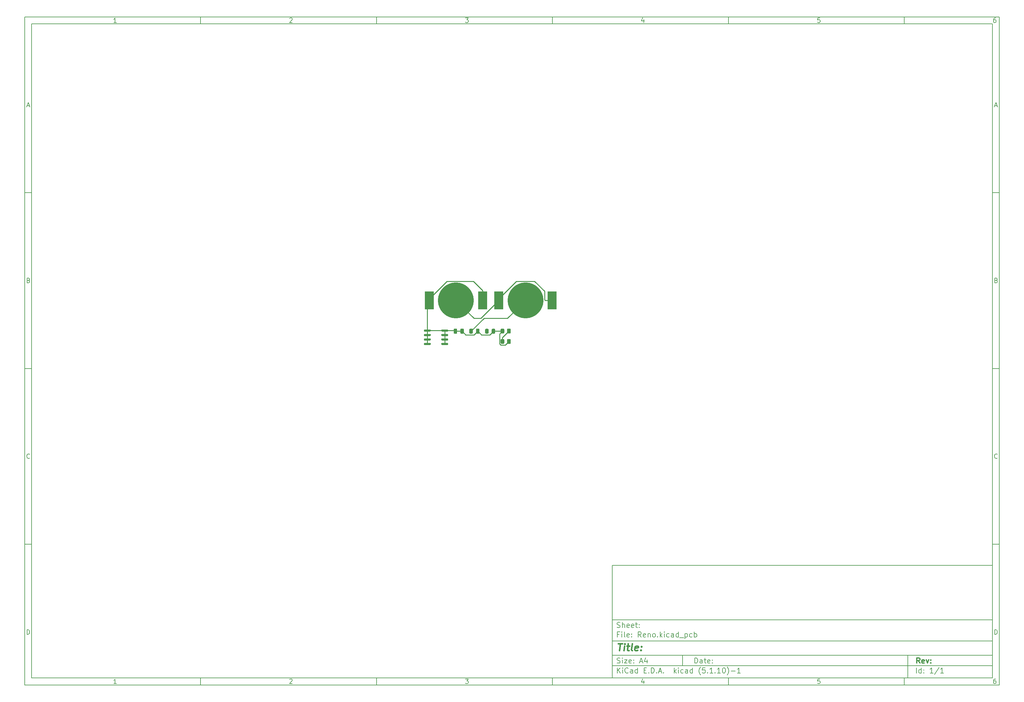
<source format=gbr>
%TF.GenerationSoftware,KiCad,Pcbnew,(5.1.10)-1*%
%TF.CreationDate,2021-09-25T22:05:34-07:00*%
%TF.ProjectId,Reno,52656e6f-2e6b-4696-9361-645f70636258,rev?*%
%TF.SameCoordinates,Original*%
%TF.FileFunction,Copper,L1,Top*%
%TF.FilePolarity,Positive*%
%FSLAX46Y46*%
G04 Gerber Fmt 4.6, Leading zero omitted, Abs format (unit mm)*
G04 Created by KiCad (PCBNEW (5.1.10)-1) date 2021-09-25 22:05:34*
%MOMM*%
%LPD*%
G01*
G04 APERTURE LIST*
%ADD10C,0.100000*%
%ADD11C,0.150000*%
%ADD12C,0.300000*%
%ADD13C,0.400000*%
%TA.AperFunction,SMDPad,CuDef*%
%ADD14C,10.200000*%
%TD*%
%TA.AperFunction,SMDPad,CuDef*%
%ADD15R,2.500000X5.100000*%
%TD*%
%TA.AperFunction,Conductor*%
%ADD16C,0.250000*%
%TD*%
G04 APERTURE END LIST*
D10*
D11*
X177002200Y-166007200D02*
X177002200Y-198007200D01*
X285002200Y-198007200D01*
X285002200Y-166007200D01*
X177002200Y-166007200D01*
D10*
D11*
X10000000Y-10000000D02*
X10000000Y-200007200D01*
X287002200Y-200007200D01*
X287002200Y-10000000D01*
X10000000Y-10000000D01*
D10*
D11*
X12000000Y-12000000D02*
X12000000Y-198007200D01*
X285002200Y-198007200D01*
X285002200Y-12000000D01*
X12000000Y-12000000D01*
D10*
D11*
X60000000Y-12000000D02*
X60000000Y-10000000D01*
D10*
D11*
X110000000Y-12000000D02*
X110000000Y-10000000D01*
D10*
D11*
X160000000Y-12000000D02*
X160000000Y-10000000D01*
D10*
D11*
X210000000Y-12000000D02*
X210000000Y-10000000D01*
D10*
D11*
X260000000Y-12000000D02*
X260000000Y-10000000D01*
D10*
D11*
X36065476Y-11588095D02*
X35322619Y-11588095D01*
X35694047Y-11588095D02*
X35694047Y-10288095D01*
X35570238Y-10473809D01*
X35446428Y-10597619D01*
X35322619Y-10659523D01*
D10*
D11*
X85322619Y-10411904D02*
X85384523Y-10350000D01*
X85508333Y-10288095D01*
X85817857Y-10288095D01*
X85941666Y-10350000D01*
X86003571Y-10411904D01*
X86065476Y-10535714D01*
X86065476Y-10659523D01*
X86003571Y-10845238D01*
X85260714Y-11588095D01*
X86065476Y-11588095D01*
D10*
D11*
X135260714Y-10288095D02*
X136065476Y-10288095D01*
X135632142Y-10783333D01*
X135817857Y-10783333D01*
X135941666Y-10845238D01*
X136003571Y-10907142D01*
X136065476Y-11030952D01*
X136065476Y-11340476D01*
X136003571Y-11464285D01*
X135941666Y-11526190D01*
X135817857Y-11588095D01*
X135446428Y-11588095D01*
X135322619Y-11526190D01*
X135260714Y-11464285D01*
D10*
D11*
X185941666Y-10721428D02*
X185941666Y-11588095D01*
X185632142Y-10226190D02*
X185322619Y-11154761D01*
X186127380Y-11154761D01*
D10*
D11*
X236003571Y-10288095D02*
X235384523Y-10288095D01*
X235322619Y-10907142D01*
X235384523Y-10845238D01*
X235508333Y-10783333D01*
X235817857Y-10783333D01*
X235941666Y-10845238D01*
X236003571Y-10907142D01*
X236065476Y-11030952D01*
X236065476Y-11340476D01*
X236003571Y-11464285D01*
X235941666Y-11526190D01*
X235817857Y-11588095D01*
X235508333Y-11588095D01*
X235384523Y-11526190D01*
X235322619Y-11464285D01*
D10*
D11*
X285941666Y-10288095D02*
X285694047Y-10288095D01*
X285570238Y-10350000D01*
X285508333Y-10411904D01*
X285384523Y-10597619D01*
X285322619Y-10845238D01*
X285322619Y-11340476D01*
X285384523Y-11464285D01*
X285446428Y-11526190D01*
X285570238Y-11588095D01*
X285817857Y-11588095D01*
X285941666Y-11526190D01*
X286003571Y-11464285D01*
X286065476Y-11340476D01*
X286065476Y-11030952D01*
X286003571Y-10907142D01*
X285941666Y-10845238D01*
X285817857Y-10783333D01*
X285570238Y-10783333D01*
X285446428Y-10845238D01*
X285384523Y-10907142D01*
X285322619Y-11030952D01*
D10*
D11*
X60000000Y-198007200D02*
X60000000Y-200007200D01*
D10*
D11*
X110000000Y-198007200D02*
X110000000Y-200007200D01*
D10*
D11*
X160000000Y-198007200D02*
X160000000Y-200007200D01*
D10*
D11*
X210000000Y-198007200D02*
X210000000Y-200007200D01*
D10*
D11*
X260000000Y-198007200D02*
X260000000Y-200007200D01*
D10*
D11*
X36065476Y-199595295D02*
X35322619Y-199595295D01*
X35694047Y-199595295D02*
X35694047Y-198295295D01*
X35570238Y-198481009D01*
X35446428Y-198604819D01*
X35322619Y-198666723D01*
D10*
D11*
X85322619Y-198419104D02*
X85384523Y-198357200D01*
X85508333Y-198295295D01*
X85817857Y-198295295D01*
X85941666Y-198357200D01*
X86003571Y-198419104D01*
X86065476Y-198542914D01*
X86065476Y-198666723D01*
X86003571Y-198852438D01*
X85260714Y-199595295D01*
X86065476Y-199595295D01*
D10*
D11*
X135260714Y-198295295D02*
X136065476Y-198295295D01*
X135632142Y-198790533D01*
X135817857Y-198790533D01*
X135941666Y-198852438D01*
X136003571Y-198914342D01*
X136065476Y-199038152D01*
X136065476Y-199347676D01*
X136003571Y-199471485D01*
X135941666Y-199533390D01*
X135817857Y-199595295D01*
X135446428Y-199595295D01*
X135322619Y-199533390D01*
X135260714Y-199471485D01*
D10*
D11*
X185941666Y-198728628D02*
X185941666Y-199595295D01*
X185632142Y-198233390D02*
X185322619Y-199161961D01*
X186127380Y-199161961D01*
D10*
D11*
X236003571Y-198295295D02*
X235384523Y-198295295D01*
X235322619Y-198914342D01*
X235384523Y-198852438D01*
X235508333Y-198790533D01*
X235817857Y-198790533D01*
X235941666Y-198852438D01*
X236003571Y-198914342D01*
X236065476Y-199038152D01*
X236065476Y-199347676D01*
X236003571Y-199471485D01*
X235941666Y-199533390D01*
X235817857Y-199595295D01*
X235508333Y-199595295D01*
X235384523Y-199533390D01*
X235322619Y-199471485D01*
D10*
D11*
X285941666Y-198295295D02*
X285694047Y-198295295D01*
X285570238Y-198357200D01*
X285508333Y-198419104D01*
X285384523Y-198604819D01*
X285322619Y-198852438D01*
X285322619Y-199347676D01*
X285384523Y-199471485D01*
X285446428Y-199533390D01*
X285570238Y-199595295D01*
X285817857Y-199595295D01*
X285941666Y-199533390D01*
X286003571Y-199471485D01*
X286065476Y-199347676D01*
X286065476Y-199038152D01*
X286003571Y-198914342D01*
X285941666Y-198852438D01*
X285817857Y-198790533D01*
X285570238Y-198790533D01*
X285446428Y-198852438D01*
X285384523Y-198914342D01*
X285322619Y-199038152D01*
D10*
D11*
X10000000Y-60000000D02*
X12000000Y-60000000D01*
D10*
D11*
X10000000Y-110000000D02*
X12000000Y-110000000D01*
D10*
D11*
X10000000Y-160000000D02*
X12000000Y-160000000D01*
D10*
D11*
X10690476Y-35216666D02*
X11309523Y-35216666D01*
X10566666Y-35588095D02*
X11000000Y-34288095D01*
X11433333Y-35588095D01*
D10*
D11*
X11092857Y-84907142D02*
X11278571Y-84969047D01*
X11340476Y-85030952D01*
X11402380Y-85154761D01*
X11402380Y-85340476D01*
X11340476Y-85464285D01*
X11278571Y-85526190D01*
X11154761Y-85588095D01*
X10659523Y-85588095D01*
X10659523Y-84288095D01*
X11092857Y-84288095D01*
X11216666Y-84350000D01*
X11278571Y-84411904D01*
X11340476Y-84535714D01*
X11340476Y-84659523D01*
X11278571Y-84783333D01*
X11216666Y-84845238D01*
X11092857Y-84907142D01*
X10659523Y-84907142D01*
D10*
D11*
X11402380Y-135464285D02*
X11340476Y-135526190D01*
X11154761Y-135588095D01*
X11030952Y-135588095D01*
X10845238Y-135526190D01*
X10721428Y-135402380D01*
X10659523Y-135278571D01*
X10597619Y-135030952D01*
X10597619Y-134845238D01*
X10659523Y-134597619D01*
X10721428Y-134473809D01*
X10845238Y-134350000D01*
X11030952Y-134288095D01*
X11154761Y-134288095D01*
X11340476Y-134350000D01*
X11402380Y-134411904D01*
D10*
D11*
X10659523Y-185588095D02*
X10659523Y-184288095D01*
X10969047Y-184288095D01*
X11154761Y-184350000D01*
X11278571Y-184473809D01*
X11340476Y-184597619D01*
X11402380Y-184845238D01*
X11402380Y-185030952D01*
X11340476Y-185278571D01*
X11278571Y-185402380D01*
X11154761Y-185526190D01*
X10969047Y-185588095D01*
X10659523Y-185588095D01*
D10*
D11*
X287002200Y-60000000D02*
X285002200Y-60000000D01*
D10*
D11*
X287002200Y-110000000D02*
X285002200Y-110000000D01*
D10*
D11*
X287002200Y-160000000D02*
X285002200Y-160000000D01*
D10*
D11*
X285692676Y-35216666D02*
X286311723Y-35216666D01*
X285568866Y-35588095D02*
X286002200Y-34288095D01*
X286435533Y-35588095D01*
D10*
D11*
X286095057Y-84907142D02*
X286280771Y-84969047D01*
X286342676Y-85030952D01*
X286404580Y-85154761D01*
X286404580Y-85340476D01*
X286342676Y-85464285D01*
X286280771Y-85526190D01*
X286156961Y-85588095D01*
X285661723Y-85588095D01*
X285661723Y-84288095D01*
X286095057Y-84288095D01*
X286218866Y-84350000D01*
X286280771Y-84411904D01*
X286342676Y-84535714D01*
X286342676Y-84659523D01*
X286280771Y-84783333D01*
X286218866Y-84845238D01*
X286095057Y-84907142D01*
X285661723Y-84907142D01*
D10*
D11*
X286404580Y-135464285D02*
X286342676Y-135526190D01*
X286156961Y-135588095D01*
X286033152Y-135588095D01*
X285847438Y-135526190D01*
X285723628Y-135402380D01*
X285661723Y-135278571D01*
X285599819Y-135030952D01*
X285599819Y-134845238D01*
X285661723Y-134597619D01*
X285723628Y-134473809D01*
X285847438Y-134350000D01*
X286033152Y-134288095D01*
X286156961Y-134288095D01*
X286342676Y-134350000D01*
X286404580Y-134411904D01*
D10*
D11*
X285661723Y-185588095D02*
X285661723Y-184288095D01*
X285971247Y-184288095D01*
X286156961Y-184350000D01*
X286280771Y-184473809D01*
X286342676Y-184597619D01*
X286404580Y-184845238D01*
X286404580Y-185030952D01*
X286342676Y-185278571D01*
X286280771Y-185402380D01*
X286156961Y-185526190D01*
X285971247Y-185588095D01*
X285661723Y-185588095D01*
D10*
D11*
X200434342Y-193785771D02*
X200434342Y-192285771D01*
X200791485Y-192285771D01*
X201005771Y-192357200D01*
X201148628Y-192500057D01*
X201220057Y-192642914D01*
X201291485Y-192928628D01*
X201291485Y-193142914D01*
X201220057Y-193428628D01*
X201148628Y-193571485D01*
X201005771Y-193714342D01*
X200791485Y-193785771D01*
X200434342Y-193785771D01*
X202577200Y-193785771D02*
X202577200Y-193000057D01*
X202505771Y-192857200D01*
X202362914Y-192785771D01*
X202077200Y-192785771D01*
X201934342Y-192857200D01*
X202577200Y-193714342D02*
X202434342Y-193785771D01*
X202077200Y-193785771D01*
X201934342Y-193714342D01*
X201862914Y-193571485D01*
X201862914Y-193428628D01*
X201934342Y-193285771D01*
X202077200Y-193214342D01*
X202434342Y-193214342D01*
X202577200Y-193142914D01*
X203077200Y-192785771D02*
X203648628Y-192785771D01*
X203291485Y-192285771D02*
X203291485Y-193571485D01*
X203362914Y-193714342D01*
X203505771Y-193785771D01*
X203648628Y-193785771D01*
X204720057Y-193714342D02*
X204577200Y-193785771D01*
X204291485Y-193785771D01*
X204148628Y-193714342D01*
X204077200Y-193571485D01*
X204077200Y-193000057D01*
X204148628Y-192857200D01*
X204291485Y-192785771D01*
X204577200Y-192785771D01*
X204720057Y-192857200D01*
X204791485Y-193000057D01*
X204791485Y-193142914D01*
X204077200Y-193285771D01*
X205434342Y-193642914D02*
X205505771Y-193714342D01*
X205434342Y-193785771D01*
X205362914Y-193714342D01*
X205434342Y-193642914D01*
X205434342Y-193785771D01*
X205434342Y-192857200D02*
X205505771Y-192928628D01*
X205434342Y-193000057D01*
X205362914Y-192928628D01*
X205434342Y-192857200D01*
X205434342Y-193000057D01*
D10*
D11*
X177002200Y-194507200D02*
X285002200Y-194507200D01*
D10*
D11*
X178434342Y-196585771D02*
X178434342Y-195085771D01*
X179291485Y-196585771D02*
X178648628Y-195728628D01*
X179291485Y-195085771D02*
X178434342Y-195942914D01*
X179934342Y-196585771D02*
X179934342Y-195585771D01*
X179934342Y-195085771D02*
X179862914Y-195157200D01*
X179934342Y-195228628D01*
X180005771Y-195157200D01*
X179934342Y-195085771D01*
X179934342Y-195228628D01*
X181505771Y-196442914D02*
X181434342Y-196514342D01*
X181220057Y-196585771D01*
X181077200Y-196585771D01*
X180862914Y-196514342D01*
X180720057Y-196371485D01*
X180648628Y-196228628D01*
X180577200Y-195942914D01*
X180577200Y-195728628D01*
X180648628Y-195442914D01*
X180720057Y-195300057D01*
X180862914Y-195157200D01*
X181077200Y-195085771D01*
X181220057Y-195085771D01*
X181434342Y-195157200D01*
X181505771Y-195228628D01*
X182791485Y-196585771D02*
X182791485Y-195800057D01*
X182720057Y-195657200D01*
X182577200Y-195585771D01*
X182291485Y-195585771D01*
X182148628Y-195657200D01*
X182791485Y-196514342D02*
X182648628Y-196585771D01*
X182291485Y-196585771D01*
X182148628Y-196514342D01*
X182077200Y-196371485D01*
X182077200Y-196228628D01*
X182148628Y-196085771D01*
X182291485Y-196014342D01*
X182648628Y-196014342D01*
X182791485Y-195942914D01*
X184148628Y-196585771D02*
X184148628Y-195085771D01*
X184148628Y-196514342D02*
X184005771Y-196585771D01*
X183720057Y-196585771D01*
X183577200Y-196514342D01*
X183505771Y-196442914D01*
X183434342Y-196300057D01*
X183434342Y-195871485D01*
X183505771Y-195728628D01*
X183577200Y-195657200D01*
X183720057Y-195585771D01*
X184005771Y-195585771D01*
X184148628Y-195657200D01*
X186005771Y-195800057D02*
X186505771Y-195800057D01*
X186720057Y-196585771D02*
X186005771Y-196585771D01*
X186005771Y-195085771D01*
X186720057Y-195085771D01*
X187362914Y-196442914D02*
X187434342Y-196514342D01*
X187362914Y-196585771D01*
X187291485Y-196514342D01*
X187362914Y-196442914D01*
X187362914Y-196585771D01*
X188077200Y-196585771D02*
X188077200Y-195085771D01*
X188434342Y-195085771D01*
X188648628Y-195157200D01*
X188791485Y-195300057D01*
X188862914Y-195442914D01*
X188934342Y-195728628D01*
X188934342Y-195942914D01*
X188862914Y-196228628D01*
X188791485Y-196371485D01*
X188648628Y-196514342D01*
X188434342Y-196585771D01*
X188077200Y-196585771D01*
X189577200Y-196442914D02*
X189648628Y-196514342D01*
X189577200Y-196585771D01*
X189505771Y-196514342D01*
X189577200Y-196442914D01*
X189577200Y-196585771D01*
X190220057Y-196157200D02*
X190934342Y-196157200D01*
X190077200Y-196585771D02*
X190577200Y-195085771D01*
X191077200Y-196585771D01*
X191577200Y-196442914D02*
X191648628Y-196514342D01*
X191577200Y-196585771D01*
X191505771Y-196514342D01*
X191577200Y-196442914D01*
X191577200Y-196585771D01*
X194577200Y-196585771D02*
X194577200Y-195085771D01*
X194720057Y-196014342D02*
X195148628Y-196585771D01*
X195148628Y-195585771D02*
X194577200Y-196157200D01*
X195791485Y-196585771D02*
X195791485Y-195585771D01*
X195791485Y-195085771D02*
X195720057Y-195157200D01*
X195791485Y-195228628D01*
X195862914Y-195157200D01*
X195791485Y-195085771D01*
X195791485Y-195228628D01*
X197148628Y-196514342D02*
X197005771Y-196585771D01*
X196720057Y-196585771D01*
X196577200Y-196514342D01*
X196505771Y-196442914D01*
X196434342Y-196300057D01*
X196434342Y-195871485D01*
X196505771Y-195728628D01*
X196577200Y-195657200D01*
X196720057Y-195585771D01*
X197005771Y-195585771D01*
X197148628Y-195657200D01*
X198434342Y-196585771D02*
X198434342Y-195800057D01*
X198362914Y-195657200D01*
X198220057Y-195585771D01*
X197934342Y-195585771D01*
X197791485Y-195657200D01*
X198434342Y-196514342D02*
X198291485Y-196585771D01*
X197934342Y-196585771D01*
X197791485Y-196514342D01*
X197720057Y-196371485D01*
X197720057Y-196228628D01*
X197791485Y-196085771D01*
X197934342Y-196014342D01*
X198291485Y-196014342D01*
X198434342Y-195942914D01*
X199791485Y-196585771D02*
X199791485Y-195085771D01*
X199791485Y-196514342D02*
X199648628Y-196585771D01*
X199362914Y-196585771D01*
X199220057Y-196514342D01*
X199148628Y-196442914D01*
X199077200Y-196300057D01*
X199077200Y-195871485D01*
X199148628Y-195728628D01*
X199220057Y-195657200D01*
X199362914Y-195585771D01*
X199648628Y-195585771D01*
X199791485Y-195657200D01*
X202077200Y-197157200D02*
X202005771Y-197085771D01*
X201862914Y-196871485D01*
X201791485Y-196728628D01*
X201720057Y-196514342D01*
X201648628Y-196157200D01*
X201648628Y-195871485D01*
X201720057Y-195514342D01*
X201791485Y-195300057D01*
X201862914Y-195157200D01*
X202005771Y-194942914D01*
X202077200Y-194871485D01*
X203362914Y-195085771D02*
X202648628Y-195085771D01*
X202577200Y-195800057D01*
X202648628Y-195728628D01*
X202791485Y-195657200D01*
X203148628Y-195657200D01*
X203291485Y-195728628D01*
X203362914Y-195800057D01*
X203434342Y-195942914D01*
X203434342Y-196300057D01*
X203362914Y-196442914D01*
X203291485Y-196514342D01*
X203148628Y-196585771D01*
X202791485Y-196585771D01*
X202648628Y-196514342D01*
X202577200Y-196442914D01*
X204077200Y-196442914D02*
X204148628Y-196514342D01*
X204077200Y-196585771D01*
X204005771Y-196514342D01*
X204077200Y-196442914D01*
X204077200Y-196585771D01*
X205577200Y-196585771D02*
X204720057Y-196585771D01*
X205148628Y-196585771D02*
X205148628Y-195085771D01*
X205005771Y-195300057D01*
X204862914Y-195442914D01*
X204720057Y-195514342D01*
X206220057Y-196442914D02*
X206291485Y-196514342D01*
X206220057Y-196585771D01*
X206148628Y-196514342D01*
X206220057Y-196442914D01*
X206220057Y-196585771D01*
X207720057Y-196585771D02*
X206862914Y-196585771D01*
X207291485Y-196585771D02*
X207291485Y-195085771D01*
X207148628Y-195300057D01*
X207005771Y-195442914D01*
X206862914Y-195514342D01*
X208648628Y-195085771D02*
X208791485Y-195085771D01*
X208934342Y-195157200D01*
X209005771Y-195228628D01*
X209077200Y-195371485D01*
X209148628Y-195657200D01*
X209148628Y-196014342D01*
X209077200Y-196300057D01*
X209005771Y-196442914D01*
X208934342Y-196514342D01*
X208791485Y-196585771D01*
X208648628Y-196585771D01*
X208505771Y-196514342D01*
X208434342Y-196442914D01*
X208362914Y-196300057D01*
X208291485Y-196014342D01*
X208291485Y-195657200D01*
X208362914Y-195371485D01*
X208434342Y-195228628D01*
X208505771Y-195157200D01*
X208648628Y-195085771D01*
X209648628Y-197157200D02*
X209720057Y-197085771D01*
X209862914Y-196871485D01*
X209934342Y-196728628D01*
X210005771Y-196514342D01*
X210077200Y-196157200D01*
X210077200Y-195871485D01*
X210005771Y-195514342D01*
X209934342Y-195300057D01*
X209862914Y-195157200D01*
X209720057Y-194942914D01*
X209648628Y-194871485D01*
X210791485Y-196014342D02*
X211934342Y-196014342D01*
X213434342Y-196585771D02*
X212577200Y-196585771D01*
X213005771Y-196585771D02*
X213005771Y-195085771D01*
X212862914Y-195300057D01*
X212720057Y-195442914D01*
X212577200Y-195514342D01*
D10*
D11*
X177002200Y-191507200D02*
X285002200Y-191507200D01*
D10*
D12*
X264411485Y-193785771D02*
X263911485Y-193071485D01*
X263554342Y-193785771D02*
X263554342Y-192285771D01*
X264125771Y-192285771D01*
X264268628Y-192357200D01*
X264340057Y-192428628D01*
X264411485Y-192571485D01*
X264411485Y-192785771D01*
X264340057Y-192928628D01*
X264268628Y-193000057D01*
X264125771Y-193071485D01*
X263554342Y-193071485D01*
X265625771Y-193714342D02*
X265482914Y-193785771D01*
X265197200Y-193785771D01*
X265054342Y-193714342D01*
X264982914Y-193571485D01*
X264982914Y-193000057D01*
X265054342Y-192857200D01*
X265197200Y-192785771D01*
X265482914Y-192785771D01*
X265625771Y-192857200D01*
X265697200Y-193000057D01*
X265697200Y-193142914D01*
X264982914Y-193285771D01*
X266197200Y-192785771D02*
X266554342Y-193785771D01*
X266911485Y-192785771D01*
X267482914Y-193642914D02*
X267554342Y-193714342D01*
X267482914Y-193785771D01*
X267411485Y-193714342D01*
X267482914Y-193642914D01*
X267482914Y-193785771D01*
X267482914Y-192857200D02*
X267554342Y-192928628D01*
X267482914Y-193000057D01*
X267411485Y-192928628D01*
X267482914Y-192857200D01*
X267482914Y-193000057D01*
D10*
D11*
X178362914Y-193714342D02*
X178577200Y-193785771D01*
X178934342Y-193785771D01*
X179077200Y-193714342D01*
X179148628Y-193642914D01*
X179220057Y-193500057D01*
X179220057Y-193357200D01*
X179148628Y-193214342D01*
X179077200Y-193142914D01*
X178934342Y-193071485D01*
X178648628Y-193000057D01*
X178505771Y-192928628D01*
X178434342Y-192857200D01*
X178362914Y-192714342D01*
X178362914Y-192571485D01*
X178434342Y-192428628D01*
X178505771Y-192357200D01*
X178648628Y-192285771D01*
X179005771Y-192285771D01*
X179220057Y-192357200D01*
X179862914Y-193785771D02*
X179862914Y-192785771D01*
X179862914Y-192285771D02*
X179791485Y-192357200D01*
X179862914Y-192428628D01*
X179934342Y-192357200D01*
X179862914Y-192285771D01*
X179862914Y-192428628D01*
X180434342Y-192785771D02*
X181220057Y-192785771D01*
X180434342Y-193785771D01*
X181220057Y-193785771D01*
X182362914Y-193714342D02*
X182220057Y-193785771D01*
X181934342Y-193785771D01*
X181791485Y-193714342D01*
X181720057Y-193571485D01*
X181720057Y-193000057D01*
X181791485Y-192857200D01*
X181934342Y-192785771D01*
X182220057Y-192785771D01*
X182362914Y-192857200D01*
X182434342Y-193000057D01*
X182434342Y-193142914D01*
X181720057Y-193285771D01*
X183077200Y-193642914D02*
X183148628Y-193714342D01*
X183077200Y-193785771D01*
X183005771Y-193714342D01*
X183077200Y-193642914D01*
X183077200Y-193785771D01*
X183077200Y-192857200D02*
X183148628Y-192928628D01*
X183077200Y-193000057D01*
X183005771Y-192928628D01*
X183077200Y-192857200D01*
X183077200Y-193000057D01*
X184862914Y-193357200D02*
X185577200Y-193357200D01*
X184720057Y-193785771D02*
X185220057Y-192285771D01*
X185720057Y-193785771D01*
X186862914Y-192785771D02*
X186862914Y-193785771D01*
X186505771Y-192214342D02*
X186148628Y-193285771D01*
X187077200Y-193285771D01*
D10*
D11*
X263434342Y-196585771D02*
X263434342Y-195085771D01*
X264791485Y-196585771D02*
X264791485Y-195085771D01*
X264791485Y-196514342D02*
X264648628Y-196585771D01*
X264362914Y-196585771D01*
X264220057Y-196514342D01*
X264148628Y-196442914D01*
X264077200Y-196300057D01*
X264077200Y-195871485D01*
X264148628Y-195728628D01*
X264220057Y-195657200D01*
X264362914Y-195585771D01*
X264648628Y-195585771D01*
X264791485Y-195657200D01*
X265505771Y-196442914D02*
X265577200Y-196514342D01*
X265505771Y-196585771D01*
X265434342Y-196514342D01*
X265505771Y-196442914D01*
X265505771Y-196585771D01*
X265505771Y-195657200D02*
X265577200Y-195728628D01*
X265505771Y-195800057D01*
X265434342Y-195728628D01*
X265505771Y-195657200D01*
X265505771Y-195800057D01*
X268148628Y-196585771D02*
X267291485Y-196585771D01*
X267720057Y-196585771D02*
X267720057Y-195085771D01*
X267577200Y-195300057D01*
X267434342Y-195442914D01*
X267291485Y-195514342D01*
X269862914Y-195014342D02*
X268577200Y-196942914D01*
X271148628Y-196585771D02*
X270291485Y-196585771D01*
X270720057Y-196585771D02*
X270720057Y-195085771D01*
X270577200Y-195300057D01*
X270434342Y-195442914D01*
X270291485Y-195514342D01*
D10*
D11*
X177002200Y-187507200D02*
X285002200Y-187507200D01*
D10*
D13*
X178714580Y-188211961D02*
X179857438Y-188211961D01*
X179036009Y-190211961D02*
X179286009Y-188211961D01*
X180274104Y-190211961D02*
X180440771Y-188878628D01*
X180524104Y-188211961D02*
X180416961Y-188307200D01*
X180500295Y-188402438D01*
X180607438Y-188307200D01*
X180524104Y-188211961D01*
X180500295Y-188402438D01*
X181107438Y-188878628D02*
X181869342Y-188878628D01*
X181476485Y-188211961D02*
X181262200Y-189926247D01*
X181333628Y-190116723D01*
X181512200Y-190211961D01*
X181702676Y-190211961D01*
X182655057Y-190211961D02*
X182476485Y-190116723D01*
X182405057Y-189926247D01*
X182619342Y-188211961D01*
X184190771Y-190116723D02*
X183988390Y-190211961D01*
X183607438Y-190211961D01*
X183428866Y-190116723D01*
X183357438Y-189926247D01*
X183452676Y-189164342D01*
X183571723Y-188973866D01*
X183774104Y-188878628D01*
X184155057Y-188878628D01*
X184333628Y-188973866D01*
X184405057Y-189164342D01*
X184381247Y-189354819D01*
X183405057Y-189545295D01*
X185155057Y-190021485D02*
X185238390Y-190116723D01*
X185131247Y-190211961D01*
X185047914Y-190116723D01*
X185155057Y-190021485D01*
X185131247Y-190211961D01*
X185286009Y-188973866D02*
X185369342Y-189069104D01*
X185262200Y-189164342D01*
X185178866Y-189069104D01*
X185286009Y-188973866D01*
X185262200Y-189164342D01*
D10*
D11*
X178934342Y-185600057D02*
X178434342Y-185600057D01*
X178434342Y-186385771D02*
X178434342Y-184885771D01*
X179148628Y-184885771D01*
X179720057Y-186385771D02*
X179720057Y-185385771D01*
X179720057Y-184885771D02*
X179648628Y-184957200D01*
X179720057Y-185028628D01*
X179791485Y-184957200D01*
X179720057Y-184885771D01*
X179720057Y-185028628D01*
X180648628Y-186385771D02*
X180505771Y-186314342D01*
X180434342Y-186171485D01*
X180434342Y-184885771D01*
X181791485Y-186314342D02*
X181648628Y-186385771D01*
X181362914Y-186385771D01*
X181220057Y-186314342D01*
X181148628Y-186171485D01*
X181148628Y-185600057D01*
X181220057Y-185457200D01*
X181362914Y-185385771D01*
X181648628Y-185385771D01*
X181791485Y-185457200D01*
X181862914Y-185600057D01*
X181862914Y-185742914D01*
X181148628Y-185885771D01*
X182505771Y-186242914D02*
X182577200Y-186314342D01*
X182505771Y-186385771D01*
X182434342Y-186314342D01*
X182505771Y-186242914D01*
X182505771Y-186385771D01*
X182505771Y-185457200D02*
X182577200Y-185528628D01*
X182505771Y-185600057D01*
X182434342Y-185528628D01*
X182505771Y-185457200D01*
X182505771Y-185600057D01*
X185220057Y-186385771D02*
X184720057Y-185671485D01*
X184362914Y-186385771D02*
X184362914Y-184885771D01*
X184934342Y-184885771D01*
X185077200Y-184957200D01*
X185148628Y-185028628D01*
X185220057Y-185171485D01*
X185220057Y-185385771D01*
X185148628Y-185528628D01*
X185077200Y-185600057D01*
X184934342Y-185671485D01*
X184362914Y-185671485D01*
X186434342Y-186314342D02*
X186291485Y-186385771D01*
X186005771Y-186385771D01*
X185862914Y-186314342D01*
X185791485Y-186171485D01*
X185791485Y-185600057D01*
X185862914Y-185457200D01*
X186005771Y-185385771D01*
X186291485Y-185385771D01*
X186434342Y-185457200D01*
X186505771Y-185600057D01*
X186505771Y-185742914D01*
X185791485Y-185885771D01*
X187148628Y-185385771D02*
X187148628Y-186385771D01*
X187148628Y-185528628D02*
X187220057Y-185457200D01*
X187362914Y-185385771D01*
X187577200Y-185385771D01*
X187720057Y-185457200D01*
X187791485Y-185600057D01*
X187791485Y-186385771D01*
X188720057Y-186385771D02*
X188577200Y-186314342D01*
X188505771Y-186242914D01*
X188434342Y-186100057D01*
X188434342Y-185671485D01*
X188505771Y-185528628D01*
X188577200Y-185457200D01*
X188720057Y-185385771D01*
X188934342Y-185385771D01*
X189077200Y-185457200D01*
X189148628Y-185528628D01*
X189220057Y-185671485D01*
X189220057Y-186100057D01*
X189148628Y-186242914D01*
X189077200Y-186314342D01*
X188934342Y-186385771D01*
X188720057Y-186385771D01*
X189862914Y-186242914D02*
X189934342Y-186314342D01*
X189862914Y-186385771D01*
X189791485Y-186314342D01*
X189862914Y-186242914D01*
X189862914Y-186385771D01*
X190577200Y-186385771D02*
X190577200Y-184885771D01*
X190720057Y-185814342D02*
X191148628Y-186385771D01*
X191148628Y-185385771D02*
X190577200Y-185957200D01*
X191791485Y-186385771D02*
X191791485Y-185385771D01*
X191791485Y-184885771D02*
X191720057Y-184957200D01*
X191791485Y-185028628D01*
X191862914Y-184957200D01*
X191791485Y-184885771D01*
X191791485Y-185028628D01*
X193148628Y-186314342D02*
X193005771Y-186385771D01*
X192720057Y-186385771D01*
X192577200Y-186314342D01*
X192505771Y-186242914D01*
X192434342Y-186100057D01*
X192434342Y-185671485D01*
X192505771Y-185528628D01*
X192577200Y-185457200D01*
X192720057Y-185385771D01*
X193005771Y-185385771D01*
X193148628Y-185457200D01*
X194434342Y-186385771D02*
X194434342Y-185600057D01*
X194362914Y-185457200D01*
X194220057Y-185385771D01*
X193934342Y-185385771D01*
X193791485Y-185457200D01*
X194434342Y-186314342D02*
X194291485Y-186385771D01*
X193934342Y-186385771D01*
X193791485Y-186314342D01*
X193720057Y-186171485D01*
X193720057Y-186028628D01*
X193791485Y-185885771D01*
X193934342Y-185814342D01*
X194291485Y-185814342D01*
X194434342Y-185742914D01*
X195791485Y-186385771D02*
X195791485Y-184885771D01*
X195791485Y-186314342D02*
X195648628Y-186385771D01*
X195362914Y-186385771D01*
X195220057Y-186314342D01*
X195148628Y-186242914D01*
X195077200Y-186100057D01*
X195077200Y-185671485D01*
X195148628Y-185528628D01*
X195220057Y-185457200D01*
X195362914Y-185385771D01*
X195648628Y-185385771D01*
X195791485Y-185457200D01*
X196148628Y-186528628D02*
X197291485Y-186528628D01*
X197648628Y-185385771D02*
X197648628Y-186885771D01*
X197648628Y-185457200D02*
X197791485Y-185385771D01*
X198077200Y-185385771D01*
X198220057Y-185457200D01*
X198291485Y-185528628D01*
X198362914Y-185671485D01*
X198362914Y-186100057D01*
X198291485Y-186242914D01*
X198220057Y-186314342D01*
X198077200Y-186385771D01*
X197791485Y-186385771D01*
X197648628Y-186314342D01*
X199648628Y-186314342D02*
X199505771Y-186385771D01*
X199220057Y-186385771D01*
X199077200Y-186314342D01*
X199005771Y-186242914D01*
X198934342Y-186100057D01*
X198934342Y-185671485D01*
X199005771Y-185528628D01*
X199077200Y-185457200D01*
X199220057Y-185385771D01*
X199505771Y-185385771D01*
X199648628Y-185457200D01*
X200291485Y-186385771D02*
X200291485Y-184885771D01*
X200291485Y-185457200D02*
X200434342Y-185385771D01*
X200720057Y-185385771D01*
X200862914Y-185457200D01*
X200934342Y-185528628D01*
X201005771Y-185671485D01*
X201005771Y-186100057D01*
X200934342Y-186242914D01*
X200862914Y-186314342D01*
X200720057Y-186385771D01*
X200434342Y-186385771D01*
X200291485Y-186314342D01*
D10*
D11*
X177002200Y-181507200D02*
X285002200Y-181507200D01*
D10*
D11*
X178362914Y-183614342D02*
X178577200Y-183685771D01*
X178934342Y-183685771D01*
X179077200Y-183614342D01*
X179148628Y-183542914D01*
X179220057Y-183400057D01*
X179220057Y-183257200D01*
X179148628Y-183114342D01*
X179077200Y-183042914D01*
X178934342Y-182971485D01*
X178648628Y-182900057D01*
X178505771Y-182828628D01*
X178434342Y-182757200D01*
X178362914Y-182614342D01*
X178362914Y-182471485D01*
X178434342Y-182328628D01*
X178505771Y-182257200D01*
X178648628Y-182185771D01*
X179005771Y-182185771D01*
X179220057Y-182257200D01*
X179862914Y-183685771D02*
X179862914Y-182185771D01*
X180505771Y-183685771D02*
X180505771Y-182900057D01*
X180434342Y-182757200D01*
X180291485Y-182685771D01*
X180077200Y-182685771D01*
X179934342Y-182757200D01*
X179862914Y-182828628D01*
X181791485Y-183614342D02*
X181648628Y-183685771D01*
X181362914Y-183685771D01*
X181220057Y-183614342D01*
X181148628Y-183471485D01*
X181148628Y-182900057D01*
X181220057Y-182757200D01*
X181362914Y-182685771D01*
X181648628Y-182685771D01*
X181791485Y-182757200D01*
X181862914Y-182900057D01*
X181862914Y-183042914D01*
X181148628Y-183185771D01*
X183077200Y-183614342D02*
X182934342Y-183685771D01*
X182648628Y-183685771D01*
X182505771Y-183614342D01*
X182434342Y-183471485D01*
X182434342Y-182900057D01*
X182505771Y-182757200D01*
X182648628Y-182685771D01*
X182934342Y-182685771D01*
X183077200Y-182757200D01*
X183148628Y-182900057D01*
X183148628Y-183042914D01*
X182434342Y-183185771D01*
X183577200Y-182685771D02*
X184148628Y-182685771D01*
X183791485Y-182185771D02*
X183791485Y-183471485D01*
X183862914Y-183614342D01*
X184005771Y-183685771D01*
X184148628Y-183685771D01*
X184648628Y-183542914D02*
X184720057Y-183614342D01*
X184648628Y-183685771D01*
X184577200Y-183614342D01*
X184648628Y-183542914D01*
X184648628Y-183685771D01*
X184648628Y-182757200D02*
X184720057Y-182828628D01*
X184648628Y-182900057D01*
X184577200Y-182828628D01*
X184648628Y-182757200D01*
X184648628Y-182900057D01*
D10*
D11*
X197002200Y-191507200D02*
X197002200Y-194507200D01*
D10*
D11*
X261002200Y-191507200D02*
X261002200Y-198007200D01*
D14*
%TO.P,BT1,2*%
%TO.N,Net-(BT1-Pad2)*%
X132565001Y-90595001D03*
D15*
%TO.P,BT1,1*%
%TO.N,GND*%
X140165001Y-90595001D03*
X124965001Y-90595001D03*
%TD*%
%TO.P,BT2,1*%
%TO.N,Net-(BT1-Pad2)*%
X144715001Y-90595001D03*
X159915001Y-90595001D03*
D14*
%TO.P,BT2,2*%
%TO.N,Net-(BT2-Pad2)*%
X152315001Y-90595001D03*
%TD*%
%TO.P,C1,2*%
%TO.N,GND*%
%TA.AperFunction,SMDPad,CuDef*%
G36*
G01*
X133815001Y-99850001D02*
X133815001Y-98900001D01*
G75*
G02*
X134065001Y-98650001I250000J0D01*
G01*
X134565001Y-98650001D01*
G75*
G02*
X134815001Y-98900001I0J-250000D01*
G01*
X134815001Y-99850001D01*
G75*
G02*
X134565001Y-100100001I-250000J0D01*
G01*
X134065001Y-100100001D01*
G75*
G02*
X133815001Y-99850001I0J250000D01*
G01*
G37*
%TD.AperFunction*%
%TO.P,C1,1*%
%TA.AperFunction,SMDPad,CuDef*%
G36*
G01*
X131915001Y-99850001D02*
X131915001Y-98900001D01*
G75*
G02*
X132165001Y-98650001I250000J0D01*
G01*
X132665001Y-98650001D01*
G75*
G02*
X132915001Y-98900001I0J-250000D01*
G01*
X132915001Y-99850001D01*
G75*
G02*
X132665001Y-100100001I-250000J0D01*
G01*
X132165001Y-100100001D01*
G75*
G02*
X131915001Y-99850001I0J250000D01*
G01*
G37*
%TD.AperFunction*%
%TD*%
%TO.P,C2,1*%
%TO.N,Net-(BT2-Pad2)*%
%TA.AperFunction,SMDPad,CuDef*%
G36*
G01*
X136365001Y-99850001D02*
X136365001Y-98900001D01*
G75*
G02*
X136615001Y-98650001I250000J0D01*
G01*
X137115001Y-98650001D01*
G75*
G02*
X137365001Y-98900001I0J-250000D01*
G01*
X137365001Y-99850001D01*
G75*
G02*
X137115001Y-100100001I-250000J0D01*
G01*
X136615001Y-100100001D01*
G75*
G02*
X136365001Y-99850001I0J250000D01*
G01*
G37*
%TD.AperFunction*%
%TO.P,C2,2*%
%TO.N,GND*%
%TA.AperFunction,SMDPad,CuDef*%
G36*
G01*
X138265001Y-99850001D02*
X138265001Y-98900001D01*
G75*
G02*
X138515001Y-98650001I250000J0D01*
G01*
X139015001Y-98650001D01*
G75*
G02*
X139265001Y-98900001I0J-250000D01*
G01*
X139265001Y-99850001D01*
G75*
G02*
X139015001Y-100100001I-250000J0D01*
G01*
X138515001Y-100100001D01*
G75*
G02*
X138265001Y-99850001I0J250000D01*
G01*
G37*
%TD.AperFunction*%
%TD*%
%TO.P,D1,1*%
%TO.N,Net-(D1-Pad1)*%
%TA.AperFunction,SMDPad,CuDef*%
G36*
G01*
X140860001Y-99846251D02*
X140860001Y-98933751D01*
G75*
G02*
X141103751Y-98690001I243750J0D01*
G01*
X141591251Y-98690001D01*
G75*
G02*
X141835001Y-98933751I0J-243750D01*
G01*
X141835001Y-99846251D01*
G75*
G02*
X141591251Y-100090001I-243750J0D01*
G01*
X141103751Y-100090001D01*
G75*
G02*
X140860001Y-99846251I0J243750D01*
G01*
G37*
%TD.AperFunction*%
%TO.P,D1,2*%
%TO.N,GND*%
%TA.AperFunction,SMDPad,CuDef*%
G36*
G01*
X142735001Y-99846251D02*
X142735001Y-98933751D01*
G75*
G02*
X142978751Y-98690001I243750J0D01*
G01*
X143466251Y-98690001D01*
G75*
G02*
X143710001Y-98933751I0J-243750D01*
G01*
X143710001Y-99846251D01*
G75*
G02*
X143466251Y-100090001I-243750J0D01*
G01*
X142978751Y-100090001D01*
G75*
G02*
X142735001Y-99846251I0J243750D01*
G01*
G37*
%TD.AperFunction*%
%TD*%
%TO.P,R1,2*%
%TO.N,Net-(R1-Pad2)*%
%TA.AperFunction,SMDPad,CuDef*%
G36*
G01*
X147095001Y-99795002D02*
X147095001Y-98895000D01*
G75*
G02*
X147345000Y-98645001I249999J0D01*
G01*
X147870002Y-98645001D01*
G75*
G02*
X148120001Y-98895000I0J-249999D01*
G01*
X148120001Y-99795002D01*
G75*
G02*
X147870002Y-100045001I-249999J0D01*
G01*
X147345000Y-100045001D01*
G75*
G02*
X147095001Y-99795002I0J249999D01*
G01*
G37*
%TD.AperFunction*%
%TO.P,R1,1*%
%TO.N,GND*%
%TA.AperFunction,SMDPad,CuDef*%
G36*
G01*
X145270001Y-99795002D02*
X145270001Y-98895000D01*
G75*
G02*
X145520000Y-98645001I249999J0D01*
G01*
X146045002Y-98645001D01*
G75*
G02*
X146295001Y-98895000I0J-249999D01*
G01*
X146295001Y-99795002D01*
G75*
G02*
X146045002Y-100045001I-249999J0D01*
G01*
X145520000Y-100045001D01*
G75*
G02*
X145270001Y-99795002I0J249999D01*
G01*
G37*
%TD.AperFunction*%
%TD*%
%TO.P,R2,1*%
%TO.N,Net-(R1-Pad2)*%
%TA.AperFunction,SMDPad,CuDef*%
G36*
G01*
X145270001Y-102745002D02*
X145270001Y-101845000D01*
G75*
G02*
X145520000Y-101595001I249999J0D01*
G01*
X146045002Y-101595001D01*
G75*
G02*
X146295001Y-101845000I0J-249999D01*
G01*
X146295001Y-102745002D01*
G75*
G02*
X146045002Y-102995001I-249999J0D01*
G01*
X145520000Y-102995001D01*
G75*
G02*
X145270001Y-102745002I0J249999D01*
G01*
G37*
%TD.AperFunction*%
%TO.P,R2,2*%
%TO.N,GND*%
%TA.AperFunction,SMDPad,CuDef*%
G36*
G01*
X147095001Y-102745002D02*
X147095001Y-101845000D01*
G75*
G02*
X147345000Y-101595001I249999J0D01*
G01*
X147870002Y-101595001D01*
G75*
G02*
X148120001Y-101845000I0J-249999D01*
G01*
X148120001Y-102745002D01*
G75*
G02*
X147870002Y-102995001I-249999J0D01*
G01*
X147345000Y-102995001D01*
G75*
G02*
X147095001Y-102745002I0J249999D01*
G01*
G37*
%TD.AperFunction*%
%TD*%
%TO.P,U1,1*%
%TO.N,GND*%
%TA.AperFunction,SMDPad,CuDef*%
G36*
G01*
X123465001Y-99340001D02*
X123465001Y-99040001D01*
G75*
G02*
X123615001Y-98890001I150000J0D01*
G01*
X125265001Y-98890001D01*
G75*
G02*
X125415001Y-99040001I0J-150000D01*
G01*
X125415001Y-99340001D01*
G75*
G02*
X125265001Y-99490001I-150000J0D01*
G01*
X123615001Y-99490001D01*
G75*
G02*
X123465001Y-99340001I0J150000D01*
G01*
G37*
%TD.AperFunction*%
%TO.P,U1,2*%
%TA.AperFunction,SMDPad,CuDef*%
G36*
G01*
X123465001Y-100610001D02*
X123465001Y-100310001D01*
G75*
G02*
X123615001Y-100160001I150000J0D01*
G01*
X125265001Y-100160001D01*
G75*
G02*
X125415001Y-100310001I0J-150000D01*
G01*
X125415001Y-100610001D01*
G75*
G02*
X125265001Y-100760001I-150000J0D01*
G01*
X123615001Y-100760001D01*
G75*
G02*
X123465001Y-100610001I0J150000D01*
G01*
G37*
%TD.AperFunction*%
%TO.P,U1,3*%
%TA.AperFunction,SMDPad,CuDef*%
G36*
G01*
X123465001Y-101880001D02*
X123465001Y-101580001D01*
G75*
G02*
X123615001Y-101430001I150000J0D01*
G01*
X125265001Y-101430001D01*
G75*
G02*
X125415001Y-101580001I0J-150000D01*
G01*
X125415001Y-101880001D01*
G75*
G02*
X125265001Y-102030001I-150000J0D01*
G01*
X123615001Y-102030001D01*
G75*
G02*
X123465001Y-101880001I0J150000D01*
G01*
G37*
%TD.AperFunction*%
%TO.P,U1,4*%
%TA.AperFunction,SMDPad,CuDef*%
G36*
G01*
X123465001Y-103150001D02*
X123465001Y-102850001D01*
G75*
G02*
X123615001Y-102700001I150000J0D01*
G01*
X125265001Y-102700001D01*
G75*
G02*
X125415001Y-102850001I0J-150000D01*
G01*
X125415001Y-103150001D01*
G75*
G02*
X125265001Y-103300001I-150000J0D01*
G01*
X123615001Y-103300001D01*
G75*
G02*
X123465001Y-103150001I0J150000D01*
G01*
G37*
%TD.AperFunction*%
%TO.P,U1,5*%
%TA.AperFunction,SMDPad,CuDef*%
G36*
G01*
X128415001Y-103150001D02*
X128415001Y-102850001D01*
G75*
G02*
X128565001Y-102700001I150000J0D01*
G01*
X130215001Y-102700001D01*
G75*
G02*
X130365001Y-102850001I0J-150000D01*
G01*
X130365001Y-103150001D01*
G75*
G02*
X130215001Y-103300001I-150000J0D01*
G01*
X128565001Y-103300001D01*
G75*
G02*
X128415001Y-103150001I0J150000D01*
G01*
G37*
%TD.AperFunction*%
%TO.P,U1,6*%
%TA.AperFunction,SMDPad,CuDef*%
G36*
G01*
X128415001Y-101880001D02*
X128415001Y-101580001D01*
G75*
G02*
X128565001Y-101430001I150000J0D01*
G01*
X130215001Y-101430001D01*
G75*
G02*
X130365001Y-101580001I0J-150000D01*
G01*
X130365001Y-101880001D01*
G75*
G02*
X130215001Y-102030001I-150000J0D01*
G01*
X128565001Y-102030001D01*
G75*
G02*
X128415001Y-101880001I0J150000D01*
G01*
G37*
%TD.AperFunction*%
%TO.P,U1,7*%
%TA.AperFunction,SMDPad,CuDef*%
G36*
G01*
X128415001Y-100610001D02*
X128415001Y-100310001D01*
G75*
G02*
X128565001Y-100160001I150000J0D01*
G01*
X130215001Y-100160001D01*
G75*
G02*
X130365001Y-100310001I0J-150000D01*
G01*
X130365001Y-100610001D01*
G75*
G02*
X130215001Y-100760001I-150000J0D01*
G01*
X128565001Y-100760001D01*
G75*
G02*
X128415001Y-100610001I0J150000D01*
G01*
G37*
%TD.AperFunction*%
%TO.P,U1,8*%
%TA.AperFunction,SMDPad,CuDef*%
G36*
G01*
X128415001Y-99340001D02*
X128415001Y-99040001D01*
G75*
G02*
X128565001Y-98890001I150000J0D01*
G01*
X130215001Y-98890001D01*
G75*
G02*
X130365001Y-99040001I0J-150000D01*
G01*
X130365001Y-99340001D01*
G75*
G02*
X130215001Y-99490001I-150000J0D01*
G01*
X128565001Y-99490001D01*
G75*
G02*
X128415001Y-99340001I0J150000D01*
G01*
G37*
%TD.AperFunction*%
%TD*%
D16*
%TO.N,Net-(BT1-Pad2)*%
X139615002Y-95695000D02*
X144715001Y-90595001D01*
X137665000Y-95695000D02*
X139615002Y-95695000D01*
X132565001Y-90595001D02*
X137665000Y-95695000D01*
X144715001Y-90165999D02*
X144715001Y-90595001D01*
X149711000Y-85170000D02*
X144715001Y-90165999D01*
X154919002Y-85170000D02*
X149711000Y-85170000D01*
X157740002Y-87991000D02*
X154919002Y-85170000D01*
X157740002Y-90430002D02*
X157740002Y-87991000D01*
X157905001Y-90595001D02*
X157740002Y-90430002D01*
X159915001Y-90595001D02*
X157905001Y-90595001D01*
%TO.N,GND*%
X124440001Y-103000001D02*
X124440001Y-99190001D01*
X124440001Y-91120001D02*
X124965001Y-90595001D01*
X124440001Y-99190001D02*
X124440001Y-91120001D01*
X140165001Y-87795001D02*
X140165001Y-90595001D01*
X137540000Y-85170000D02*
X140165001Y-87795001D01*
X129961000Y-85170000D02*
X137540000Y-85170000D01*
X124965001Y-90165999D02*
X129961000Y-85170000D01*
X124965001Y-90595001D02*
X124965001Y-90165999D01*
X129390001Y-103000001D02*
X129390001Y-99190001D01*
X124440001Y-99190001D02*
X129390001Y-99190001D01*
X132230001Y-99190001D02*
X132415001Y-99375001D01*
X129390001Y-99190001D02*
X132230001Y-99190001D01*
X132415001Y-99375001D02*
X134315001Y-99375001D01*
X143267501Y-99345001D02*
X143222501Y-99390001D01*
X145782501Y-99345001D02*
X143267501Y-99345001D01*
X144944991Y-100182511D02*
X145782501Y-99345001D01*
X144944991Y-102983181D02*
X144944991Y-100182511D01*
X145281821Y-103320011D02*
X144944991Y-102983181D01*
X146582491Y-103320011D02*
X145281821Y-103320011D01*
X147607501Y-102295001D02*
X146582491Y-103320011D01*
X137714991Y-100425011D02*
X138765001Y-99375001D01*
X135365011Y-100425011D02*
X137714991Y-100425011D01*
X134315001Y-99375001D02*
X135365011Y-100425011D01*
X142197491Y-100415011D02*
X143222501Y-99390001D01*
X139805011Y-100415011D02*
X142197491Y-100415011D01*
X138765001Y-99375001D02*
X139805011Y-100415011D01*
%TO.N,Net-(BT2-Pad2)*%
X140545002Y-95695000D02*
X136865001Y-99375001D01*
X147215002Y-95695000D02*
X140545002Y-95695000D01*
X152315001Y-90595001D02*
X147215002Y-95695000D01*
%TO.N,Net-(R1-Pad2)*%
X145782501Y-101170001D02*
X147607501Y-99345001D01*
X145782501Y-102295001D02*
X145782501Y-101170001D01*
%TD*%
M02*

</source>
